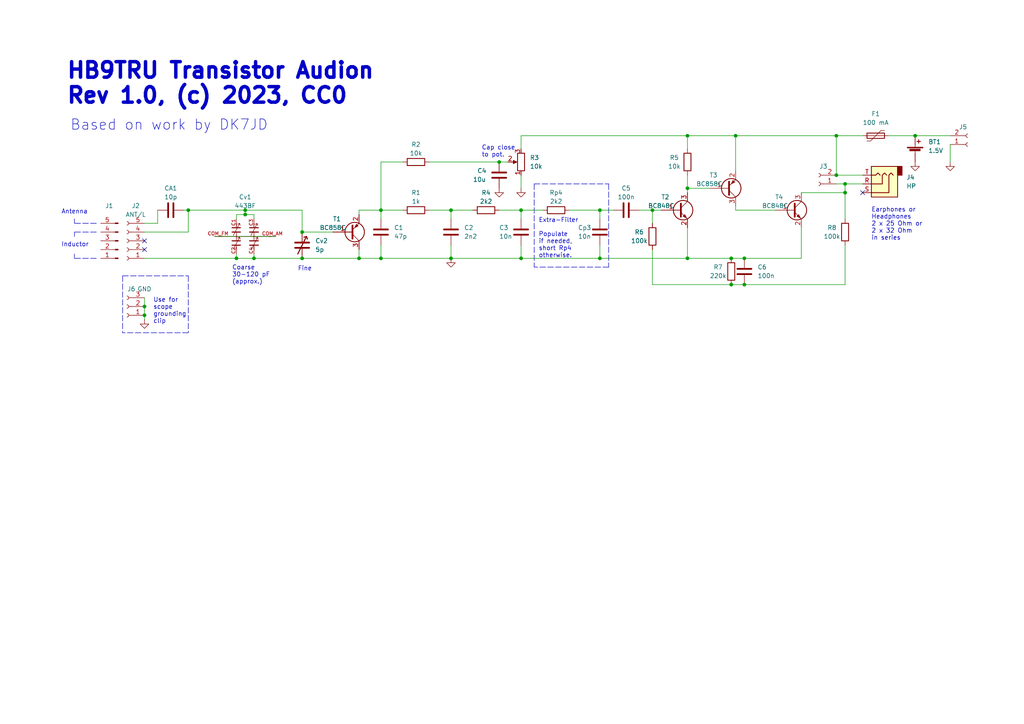
<source format=kicad_sch>
(kicad_sch (version 20211123) (generator eeschema)
  (paper "A4")
  (title_block (rev "1.0"))
  (lib_symbols
    (symbol "Connector:AudioJack3"
      (property "Reference" "J" (at 0 8.89 0))
      (property "Value" "AudioJack3" (at 0 6.35 0))
      (symbol "AudioJack3_0_1"
        (rectangle (start -5.08 -5.08) (end -6.35 -2.54) (stroke (width 0.254)) (fill (type outline)))
        (polyline (pts (xy 0 -2.54) (xy 0.635 -3.175) (xy 1.27 -2.54) (xy 2.54 -2.54)) (stroke (width 0.254)))
        (polyline (pts (xy -1.905 -2.54) (xy -1.27 -3.175) (xy -0.635 -2.54) (xy -0.635 0) (xy 2.54 0)) (stroke (width 0.254)))
        (polyline (pts (xy 2.54 2.54) (xy -2.54 2.54) (xy -2.54 -2.54) (xy -3.175 -3.175) (xy -3.81 -2.54)) (stroke (width 0.254)))
        (rectangle (start 2.54 3.81) (end -5.08 -5.08) (stroke (width 0.254)) (fill (type background)))
      )
      (symbol "AudioJack3_1_1"
        (pin passive line (at 5.08 0 180) (length 2.54) (name "~") (number "R"))
        (pin passive line (at 5.08 2.54 180) (length 2.54) (name "~") (number "S"))
        (pin passive line (at 5.08 -2.54 180) (length 2.54) (name "~") (number "T"))
      )
    )
    (symbol "Connector:Conn_01x02_Female" (pin_names (offset 1.016) hide)
      (property "Reference" "J" (at 0 2.54 0))
      (property "Value" "Conn_01x02_Female" (at 0 -5.08 0))
      (symbol "Conn_01x02_Female_1_1"
        (arc (start 0 -2.032) (mid -0.508 -2.54) (end 0 -3.048) (stroke (width 0.1524)))
        (polyline (pts (xy -1.27 -2.54) (xy -0.508 -2.54)) (stroke (width 0.1524)))
        (polyline (pts (xy -1.27 0) (xy -0.508 0)) (stroke (width 0.1524)))
        (arc (start 0 0.508) (mid -0.508 0) (end 0 -0.508) (stroke (width 0.1524)))
        (pin passive line (at -5.08 0 0) (length 3.81) (name "Pin_1") (number "1"))
        (pin passive line (at -5.08 -2.54 0) (length 3.81) (name "Pin_2") (number "2"))
      )
    )
    (symbol "Connector:Conn_01x03_Female" (pin_names (offset 1.016) hide)
      (property "Reference" "J" (at 0 5.08 0))
      (property "Value" "Conn_01x03_Female" (at 0 -5.08 0))
      (symbol "Conn_01x03_Female_1_1"
        (arc (start 0 -2.032) (mid -0.508 -2.54) (end 0 -3.048) (stroke (width 0.1524)))
        (polyline (pts (xy -1.27 -2.54) (xy -0.508 -2.54)) (stroke (width 0.1524)))
        (polyline (pts (xy -1.27 0) (xy -0.508 0)) (stroke (width 0.1524)))
        (polyline (pts (xy -1.27 2.54) (xy -0.508 2.54)) (stroke (width 0.1524)))
        (arc (start 0 0.508) (mid -0.508 0) (end 0 -0.508) (stroke (width 0.1524)))
        (arc (start 0 3.048) (mid -0.508 2.54) (end 0 2.032) (stroke (width 0.1524)))
        (pin passive line (at -5.08 2.54 0) (length 3.81) (name "Pin_1") (number "1"))
        (pin passive line (at -5.08 0 0) (length 3.81) (name "Pin_2") (number "2"))
        (pin passive line (at -5.08 -2.54 0) (length 3.81) (name "Pin_3") (number "3"))
      )
    )
    (symbol "Connector:Conn_01x05_Female" (pin_names (offset 1.016) hide)
      (property "Reference" "J" (at 0 7.62 0))
      (property "Value" "Conn_01x05_Female" (at 0 -7.62 0))
      (symbol "Conn_01x05_Female_1_1"
        (arc (start 0 -4.572) (mid -0.508 -5.08) (end 0 -5.588) (stroke (width 0.1524)))
        (arc (start 0 -2.032) (mid -0.508 -2.54) (end 0 -3.048) (stroke (width 0.1524)))
        (polyline (pts (xy -1.27 -5.08) (xy -0.508 -5.08)) (stroke (width 0.1524)))
        (polyline (pts (xy -1.27 -2.54) (xy -0.508 -2.54)) (stroke (width 0.1524)))
        (polyline (pts (xy -1.27 0) (xy -0.508 0)) (stroke (width 0.1524)))
        (polyline (pts (xy -1.27 2.54) (xy -0.508 2.54)) (stroke (width 0.1524)))
        (polyline (pts (xy -1.27 5.08) (xy -0.508 5.08)) (stroke (width 0.1524)))
        (arc (start 0 0.508) (mid -0.508 0) (end 0 -0.508) (stroke (width 0.1524)))
        (arc (start 0 3.048) (mid -0.508 2.54) (end 0 2.032) (stroke (width 0.1524)))
        (arc (start 0 5.588) (mid -0.508 5.08) (end 0 4.572) (stroke (width 0.1524)))
        (pin passive line (at -5.08 5.08 0) (length 3.81) (name "Pin_1") (number "1"))
        (pin passive line (at -5.08 2.54 0) (length 3.81) (name "Pin_2") (number "2"))
        (pin passive line (at -5.08 0 0) (length 3.81) (name "Pin_3") (number "3"))
        (pin passive line (at -5.08 -2.54 0) (length 3.81) (name "Pin_4") (number "4"))
        (pin passive line (at -5.08 -5.08 0) (length 3.81) (name "Pin_5") (number "5"))
      )
    )
    (symbol "Connector:Conn_01x05_Male" (pin_names (offset 1.016) hide)
      (property "Reference" "J" (at 0 7.62 0))
      (property "Value" "Conn_01x05_Male" (at 0 -7.62 0))
      (symbol "Conn_01x05_Male_1_1"
        (polyline (pts (xy 1.27 -5.08) (xy 0.8636 -5.08)) (stroke (width 0.1524)))
        (polyline (pts (xy 1.27 -2.54) (xy 0.8636 -2.54)) (stroke (width 0.1524)))
        (polyline (pts (xy 1.27 0) (xy 0.8636 0)) (stroke (width 0.1524)))
        (polyline (pts (xy 1.27 2.54) (xy 0.8636 2.54)) (stroke (width 0.1524)))
        (polyline (pts (xy 1.27 5.08) (xy 0.8636 5.08)) (stroke (width 0.1524)))
        (rectangle (start 0.8636 -4.953) (end 0 -5.207) (stroke (width 0.1524)) (fill (type outline)))
        (rectangle (start 0.8636 -2.413) (end 0 -2.667) (stroke (width 0.1524)) (fill (type outline)))
        (rectangle (start 0.8636 0.127) (end 0 -0.127) (stroke (width 0.1524)) (fill (type outline)))
        (rectangle (start 0.8636 2.667) (end 0 2.413) (stroke (width 0.1524)) (fill (type outline)))
        (rectangle (start 0.8636 5.207) (end 0 4.953) (stroke (width 0.1524)) (fill (type outline)))
        (pin passive line (at 5.08 5.08 180) (length 3.81) (name "Pin_1") (number "1"))
        (pin passive line (at 5.08 2.54 180) (length 3.81) (name "Pin_2") (number "2"))
        (pin passive line (at 5.08 0 180) (length 3.81) (name "Pin_3") (number "3"))
        (pin passive line (at 5.08 -2.54 180) (length 3.81) (name "Pin_4") (number "4"))
        (pin passive line (at 5.08 -5.08 180) (length 3.81) (name "Pin_5") (number "5"))
      )
    )
    (symbol "Device:Battery_Cell" (pin_numbers hide) (pin_names (offset 0) hide)
      (property "Reference" "BT" (at 2.54 2.54 0))
      (property "Value" "Battery_Cell" (at 2.54 0 0))
      (symbol "Battery_Cell_0_1"
        (rectangle (start -2.286 1.778) (end 2.286 1.524) (fill (type outline)))
        (rectangle (start -1.5748 1.1938) (end 1.4732 0.6858) (fill (type outline)))
        (polyline (pts (xy 0 0.762) (xy 0 0)))
        (polyline (pts (xy 0 1.778) (xy 0 2.54)))
        (polyline (pts (xy 0.508 3.429) (xy 1.524 3.429)) (stroke (width 0.254)))
        (polyline (pts (xy 1.016 3.937) (xy 1.016 2.921)) (stroke (width 0.254)))
      )
      (symbol "Battery_Cell_1_1"
        (pin passive line (at 0 5.08 270) (length 2.54) (name "+") (number "1"))
        (pin passive line (at 0 -2.54 90) (length 2.54) (name "-") (number "2"))
      )
    )
    (symbol "Device:C" (pin_numbers hide) (pin_names (offset 0.254))
      (property "Reference" "C" (at 0.635 2.54 0))
      (property "Value" "C" (at 0.635 -2.54 0))
      (symbol "C_0_1"
        (polyline (pts (xy -2.032 -0.762) (xy 2.032 -0.762)) (stroke (width 0.508)))
        (polyline (pts (xy -2.032 0.762) (xy 2.032 0.762)) (stroke (width 0.508)))
      )
      (symbol "C_1_1"
        (pin passive line (at 0 3.81 270) (length 2.794) (name "~") (number "1"))
        (pin passive line (at 0 -3.81 90) (length 2.794) (name "~") (number "2"))
      )
    )
    (symbol "Device:C_Variable" (pin_numbers hide) (pin_names (offset 0.254) hide)
      (property "Reference" "C" (at 0.635 -1.905 0))
      (property "Value" "C_Variable" (at 0.635 -3.81 0))
      (symbol "C_Variable_0_1"
        (polyline (pts (xy -2.032 -0.762) (xy 2.032 -0.762)) (stroke (width 0.508)))
        (polyline (pts (xy -2.032 0.762) (xy 2.032 0.762)) (stroke (width 0.508)))
        (polyline (pts (xy 1.27 2.54) (xy -1.27 -2.54)) (stroke (width 0.3048)))
        (polyline (pts (xy 1.27 2.54) (xy 0.508 2.286)) (stroke (width 0.3048)))
        (polyline (pts (xy 1.27 2.54) (xy 1.524 1.778)) (stroke (width 0.3048)))
      )
      (symbol "C_Variable_1_1"
        (pin passive line (at 0 3.81 270) (length 3.048) (name "~") (number "1"))
        (pin passive line (at 0 -3.81 90) (length 3.048) (name "~") (number "2"))
      )
    )
    (symbol "Device:Polyfuse" (pin_numbers hide) (pin_names (offset 0))
      (property "Reference" "F" (at -2.54 0 90))
      (property "Value" "Polyfuse" (at 2.54 0 90))
      (symbol "Polyfuse_0_1"
        (rectangle (start -0.762 2.54) (end 0.762 -2.54) (stroke (width 0.254)))
        (polyline (pts (xy 0 2.54) (xy 0 -2.54)))
        (polyline (pts (xy -1.524 2.54) (xy -1.524 1.524) (xy 1.524 -1.524) (xy 1.524 -2.54)))
      )
      (symbol "Polyfuse_1_1"
        (pin passive line (at 0 3.81 270) (length 1.27) (name "~") (number "1"))
        (pin passive line (at 0 -3.81 90) (length 1.27) (name "~") (number "2"))
      )
    )
    (symbol "Device:R" (pin_numbers hide) (pin_names (offset 0))
      (property "Reference" "R" (at 2.032 0 90))
      (property "Value" "R" (at 0 0 90))
      (symbol "R_0_1"
        (rectangle (start -1.016 -2.54) (end 1.016 2.54) (stroke (width 0.254)))
      )
      (symbol "R_1_1"
        (pin passive line (at 0 3.81 270) (length 1.27) (name "~") (number "1"))
        (pin passive line (at 0 -3.81 90) (length 1.27) (name "~") (number "2"))
      )
    )
    (symbol "Device:R_Potentiometer" (pin_names (offset 1.016) hide)
      (property "Reference" "RV" (at -4.445 0 90))
      (property "Value" "R_Potentiometer" (at -2.54 0 90))
      (symbol "R_Potentiometer_0_1"
        (polyline (pts (xy 2.54 0) (xy 1.524 0)))
        (polyline (pts (xy 1.143 0) (xy 2.286 0.508) (xy 2.286 -0.508) (xy 1.143 0)) (fill (type outline)))
        (rectangle (start 1.016 2.54) (end -1.016 -2.54) (stroke (width 0.254)))
      )
      (symbol "R_Potentiometer_1_1"
        (pin passive line (at 0 3.81 270) (length 1.27) (name "1") (number "1"))
        (pin passive line (at 3.81 0 180) (length 1.27) (name "2") (number "2"))
        (pin passive line (at 0 -3.81 90) (length 1.27) (name "3") (number "3"))
      )
    )
    (symbol "Transistor_BJT:BC848" (pin_names (offset 0) hide)
      (property "Reference" "Q" (at 5.08 1.905 0))
      (property "Value" "BC848" (at 5.08 0 0))
      (symbol "BC848_0_1"
        (polyline (pts (xy 0.635 0.635) (xy 2.54 2.54)))
        (polyline (pts (xy 0.635 -0.635) (xy 2.54 -2.54) (xy 2.54 -2.54)))
        (polyline (pts (xy 0.635 1.905) (xy 0.635 -1.905) (xy 0.635 -1.905)) (stroke (width 0.508)))
        (polyline (pts (xy 1.27 -1.778) (xy 1.778 -1.27) (xy 2.286 -2.286) (xy 1.27 -1.778) (xy 1.27 -1.778)) (fill (type outline)))
        (circle (center 1.27 0) (radius 2.8194) (stroke (width 0.254)))
      )
      (symbol "BC848_1_1"
        (pin input line (at -5.08 0 0) (length 5.715) (name "B") (number "1"))
        (pin passive line (at 2.54 -5.08 90) (length 2.54) (name "E") (number "2"))
        (pin passive line (at 2.54 5.08 270) (length 2.54) (name "C") (number "3"))
      )
    )
    (symbol "Transistor_BJT:BC858" (pin_names (offset 0) hide)
      (property "Reference" "Q" (at 5.08 1.905 0))
      (property "Value" "BC858" (at 5.08 0 0))
      (symbol "BC858_0_1"
        (polyline (pts (xy 0.635 0.635) (xy 2.54 2.54)))
        (polyline (pts (xy 0.635 -0.635) (xy 2.54 -2.54) (xy 2.54 -2.54)))
        (polyline (pts (xy 0.635 1.905) (xy 0.635 -1.905) (xy 0.635 -1.905)) (stroke (width 0.508)))
        (polyline (pts (xy 2.286 -1.778) (xy 1.778 -2.286) (xy 1.27 -1.27) (xy 2.286 -1.778) (xy 2.286 -1.778)) (fill (type outline)))
        (circle (center 1.27 0) (radius 2.8194) (stroke (width 0.254)))
      )
      (symbol "BC858_1_1"
        (pin input line (at -5.08 0 0) (length 5.715) (name "B") (number "1"))
        (pin passive line (at 2.54 -5.08 90) (length 2.54) (name "E") (number "2"))
        (pin passive line (at 2.54 5.08 270) (length 2.54) (name "C") (number "3"))
      )
    )
    (symbol "local:443BF"
      (property "Reference" "C" (at 5.08 3.81 0))
      (property "Value" "443BF" (at -7.62 3.81 0))
      (symbol "443BF_0_1"
        (circle (center -2.54 0) (radius 0.127) (fill (type outline)))
        (polyline (pts (xy -3.81 -2.54) (xy -1.397 -2.54)) (stroke (width 0.3048)))
        (polyline (pts (xy -3.81 -1.27) (xy -1.397 -1.27)) (stroke (width 0.3048)))
        (polyline (pts (xy -3.81 1.27) (xy -1.397 1.27)) (stroke (width 0.3048)))
        (polyline (pts (xy -3.81 2.54) (xy -1.397 2.54)) (stroke (width 0.3048)))
        (polyline (pts (xy -2.54 -3.81) (xy -2.54 -2.54)))
        (polyline (pts (xy -2.54 0) (xy -7.62 0)))
        (polyline (pts (xy -2.54 0) (xy 2.54 0)))
        (polyline (pts (xy -2.54 1.27) (xy -2.54 -1.27)))
        (polyline (pts (xy -2.54 2.54) (xy -2.54 3.81)))
        (polyline (pts (xy -1.6256 -0.2286) (xy -3.429 -3.7084)) (stroke (width 0.15)))
        (polyline (pts (xy -1.6256 -0.2032) (xy -2.2098 -0.4572)) (stroke (width 0.15)))
        (polyline (pts (xy -1.6256 -0.2032) (xy -1.4478 -0.8128)) (stroke (width 0.15)))
        (polyline (pts (xy -1.6256 3.7846) (xy -3.429 0.3048)) (stroke (width 0.15)))
        (polyline (pts (xy -1.6256 3.81) (xy -2.2098 3.556)) (stroke (width 0.15)))
        (polyline (pts (xy -1.6256 3.81) (xy -1.4478 3.2004)) (stroke (width 0.15)))
        (polyline (pts (xy 1.27 -2.54) (xy 3.81 -2.54)) (stroke (width 0.3048)))
        (polyline (pts (xy 1.27 -1.27) (xy 3.81 -1.27)) (stroke (width 0.3048)))
        (polyline (pts (xy 1.27 1.27) (xy 3.81 1.27)) (stroke (width 0.3048)))
        (polyline (pts (xy 1.27 2.54) (xy 3.81 2.54)) (stroke (width 0.3048)))
        (polyline (pts (xy 2.54 -3.81) (xy 2.54 -2.54)))
        (polyline (pts (xy 2.54 1.27) (xy 2.54 -1.27)))
        (polyline (pts (xy 2.54 3.81) (xy 2.54 2.54)))
        (polyline (pts (xy 3.4544 3.7338) (xy 1.651 0.254)) (stroke (width 0.15)))
        (polyline (pts (xy 3.4544 3.7592) (xy 2.8702 3.5052)) (stroke (width 0.15)))
        (polyline (pts (xy 3.4544 3.7592) (xy 3.6322 3.1496)) (stroke (width 0.15)))
        (polyline (pts (xy 3.5814 -0.2794) (xy 1.778 -3.7592)) (stroke (width 0.15)))
        (polyline (pts (xy 3.5814 -0.254) (xy 2.9972 -0.508)) (stroke (width 0.15)))
        (polyline (pts (xy 3.5814 -0.254) (xy 3.7592 -0.8636)) (stroke (width 0.15)))
        (polyline (pts (xy 7.62 0) (xy 2.54 0)))
        (circle (center 2.54 0) (radius 0.127) (fill (type outline)))
      )
      (symbol "443BF_1_1"
        (pin passive line (at -2.54 5.08 270) (length 2.032) (name "~") (number "C1"))
        (pin passive line (at -2.54 -5.08 90) (length 2.032) (name "~") (number "C2"))
        (pin passive line (at 2.54 5.08 270) (length 2.032) (name "~") (number "C3"))
        (pin passive line (at 2.54 -5.08 90) (length 2.032) (name "~") (number "C4"))
        (pin passive line (at 8.89 0 180) (length 2.032) (name "~") (number "COM_AM"))
        (pin passive line (at -8.89 0 0) (length 2.032) (name "~") (number "COM_FM"))
      )
    )
    (symbol "power:GND" (power) (pin_names (offset 0))
      (property "Value" "GND" (at 0 -3.81 0))
      (symbol "GND_0_1"
        (polyline (pts (xy 0 0) (xy 0 -1.27) (xy 1.27 -1.27) (xy 0 -2.54) (xy -1.27 -1.27) (xy 0 -1.27)))
      )
      (symbol "GND_1_1"
        (pin power_in line (at 0 0 270) (length 0) hide (name "GND") (number "1"))
      )
    )
  )
  (junction (at 130.81 60.96))
  (junction (at 173.99 74.93))
  (junction (at 215.9 82.55))
  (junction (at 215.9 74.93))
  (junction (at 242.57 50.8))
  (junction (at 71.12 60.96))
  (junction (at 87.63 67.31))
  (junction (at 245.11 55.88))
  (junction (at 212.09 82.55))
  (junction (at 71.12 62.23))
  (junction (at 130.81 74.93))
  (junction (at 199.39 39.37))
  (junction (at 41.91 91.44))
  (junction (at 151.13 60.96))
  (junction (at 110.49 60.96))
  (junction (at 54.61 60.96))
  (junction (at 41.91 88.9))
  (junction (at 151.13 74.93))
  (junction (at 189.23 60.96))
  (junction (at 212.09 74.93))
  (junction (at 199.39 74.93))
  (junction (at 173.99 60.96))
  (junction (at 73.66 74.93))
  (junction (at 199.39 54.61))
  (junction (at 245.11 53.34))
  (junction (at 265.43 39.37))
  (junction (at 110.49 74.93))
  (junction (at 104.14 74.93))
  (junction (at 68.58 74.93))
  (junction (at 144.78 46.99))
  (junction (at 87.63 74.93))
  (junction (at 242.57 39.37))
  (junction (at 213.36 39.37))
  (no_connect (at 41.91 72.39))
  (no_connect (at 41.91 69.85))
  (no_connect (at 250.19 55.88))
  (polyline (pts (xy 21.59 63.5) (xy 21.59 64.77)))
  (wire (pts (xy 151.13 60.96) (xy 157.48 60.96)))
  (wire (pts (xy 130.81 60.96) (xy 137.16 60.96)))
  (polyline (pts (xy 35.56 80.01) (xy 35.56 96.52)))
  (wire (pts (xy 104.14 60.96) (xy 104.14 62.23)))
  (polyline (pts (xy 21.59 67.31) (xy 21.59 68.58)))
  (wire (pts (xy 151.13 60.96) (xy 151.13 63.5)))
  (wire (pts (xy 41.91 88.9) (xy 41.91 91.44)))
  (wire (pts (xy 73.66 62.23) (xy 73.66 63.5)))
  (wire (pts (xy 199.39 54.61) (xy 199.39 55.88)))
  (polyline (pts (xy 21.59 73.66) (xy 21.59 74.93)))
  (wire (pts (xy 41.91 67.31) (xy 54.61 67.31)))
  (wire (pts (xy 189.23 82.55) (xy 212.09 82.55)))
  (wire (pts (xy 73.66 74.93) (xy 87.63 74.93)))
  (wire (pts (xy 232.41 66.04) (xy 232.41 74.93)))
  (wire (pts (xy 71.12 62.23) (xy 71.12 60.96)))
  (wire (pts (xy 87.63 67.31) (xy 96.52 67.31)))
  (wire (pts (xy 110.49 60.96) (xy 110.49 63.5)))
  (wire (pts (xy 151.13 50.8) (xy 151.13 54.61)))
  (wire (pts (xy 232.41 55.88) (xy 245.11 55.88)))
  (wire (pts (xy 62.23 68.58) (xy 80.01 68.58)))
  (wire (pts (xy 215.9 74.93) (xy 232.41 74.93)))
  (wire (pts (xy 189.23 64.77) (xy 189.23 60.96)))
  (wire (pts (xy 68.58 73.66) (xy 68.58 74.93)))
  (wire (pts (xy 104.14 72.39) (xy 104.14 74.93)))
  (wire (pts (xy 116.84 46.99) (xy 110.49 46.99)))
  (wire (pts (xy 265.43 39.37) (xy 275.59 39.37)))
  (polyline (pts (xy 35.56 80.01) (xy 54.61 80.01)))
  (wire (pts (xy 245.11 82.55) (xy 215.9 82.55)))
  (wire (pts (xy 199.39 50.8) (xy 199.39 54.61)))
  (wire (pts (xy 130.81 60.96) (xy 130.81 63.5)))
  (wire (pts (xy 87.63 60.96) (xy 87.63 67.31)))
  (wire (pts (xy 68.58 74.93) (xy 73.66 74.93)))
  (wire (pts (xy 144.78 60.96) (xy 151.13 60.96)))
  (wire (pts (xy 110.49 71.12) (xy 110.49 74.93)))
  (wire (pts (xy 245.11 71.12) (xy 245.11 82.55)))
  (wire (pts (xy 151.13 39.37) (xy 199.39 39.37)))
  (wire (pts (xy 68.58 63.5) (xy 68.58 62.23)))
  (wire (pts (xy 110.49 46.99) (xy 110.49 60.96)))
  (wire (pts (xy 124.46 60.96) (xy 130.81 60.96)))
  (wire (pts (xy 173.99 74.93) (xy 199.39 74.93)))
  (wire (pts (xy 212.09 74.93) (xy 215.9 74.93)))
  (wire (pts (xy 199.39 54.61) (xy 205.74 54.61)))
  (wire (pts (xy 53.34 60.96) (xy 54.61 60.96)))
  (wire (pts (xy 73.66 73.66) (xy 73.66 74.93)))
  (wire (pts (xy 275.59 41.91) (xy 275.59 46.99)))
  (wire (pts (xy 242.57 39.37) (xy 242.57 50.8)))
  (wire (pts (xy 245.11 53.34) (xy 245.11 55.88)))
  (wire (pts (xy 110.49 60.96) (xy 116.84 60.96)))
  (wire (pts (xy 173.99 60.96) (xy 177.8 60.96)))
  (polyline (pts (xy 154.94 53.34) (xy 176.53 53.34)))
  (wire (pts (xy 110.49 74.93) (xy 130.81 74.93)))
  (wire (pts (xy 151.13 74.93) (xy 173.99 74.93)))
  (polyline (pts (xy 176.53 77.47) (xy 154.94 77.47)))
  (wire (pts (xy 250.19 50.8) (xy 242.57 50.8)))
  (wire (pts (xy 173.99 60.96) (xy 173.99 63.5)))
  (wire (pts (xy 104.14 60.96) (xy 110.49 60.96)))
  (wire (pts (xy 41.91 86.36) (xy 41.91 88.9)))
  (wire (pts (xy 41.91 64.77) (xy 45.72 64.77)))
  (wire (pts (xy 185.42 60.96) (xy 189.23 60.96)))
  (polyline (pts (xy 176.53 53.34) (xy 176.53 77.47)))
  (wire (pts (xy 257.81 39.37) (xy 265.43 39.37)))
  (wire (pts (xy 173.99 71.12) (xy 173.99 74.93)))
  (wire (pts (xy 71.12 60.96) (xy 87.63 60.96)))
  (polyline (pts (xy 27.94 67.31) (xy 21.59 67.31)))
  (polyline (pts (xy 54.61 96.52) (xy 35.56 96.52)))
  (wire (pts (xy 54.61 60.96) (xy 71.12 60.96)))
  (wire (pts (xy 151.13 39.37) (xy 151.13 43.18)))
  (wire (pts (xy 165.1 60.96) (xy 173.99 60.96)))
  (wire (pts (xy 242.57 53.34) (xy 245.11 53.34)))
  (wire (pts (xy 45.72 64.77) (xy 45.72 60.96)))
  (polyline (pts (xy 154.94 53.34) (xy 154.94 77.47)))
  (wire (pts (xy 110.49 74.93) (xy 104.14 74.93)))
  (wire (pts (xy 144.78 46.99) (xy 147.32 46.99)))
  (wire (pts (xy 213.36 39.37) (xy 213.36 49.53)))
  (wire (pts (xy 199.39 39.37) (xy 199.39 43.18)))
  (wire (pts (xy 245.11 55.88) (xy 245.11 63.5)))
  (wire (pts (xy 41.91 91.44) (xy 41.91 92.71)))
  (wire (pts (xy 54.61 60.96) (xy 54.61 67.31)))
  (wire (pts (xy 124.46 46.99) (xy 144.78 46.99)))
  (wire (pts (xy 213.36 60.96) (xy 213.36 59.69)))
  (wire (pts (xy 68.58 62.23) (xy 71.12 62.23)))
  (wire (pts (xy 87.63 74.93) (xy 104.14 74.93)))
  (wire (pts (xy 242.57 39.37) (xy 250.19 39.37)))
  (wire (pts (xy 189.23 60.96) (xy 191.77 60.96)))
  (wire (pts (xy 250.19 53.34) (xy 245.11 53.34)))
  (wire (pts (xy 213.36 39.37) (xy 242.57 39.37)))
  (wire (pts (xy 189.23 72.39) (xy 189.23 82.55)))
  (polyline (pts (xy 27.94 74.93) (xy 21.59 74.93)))
  (wire (pts (xy 151.13 71.12) (xy 151.13 74.93)))
  (wire (pts (xy 199.39 74.93) (xy 212.09 74.93)))
  (wire (pts (xy 224.79 60.96) (xy 213.36 60.96)))
  (polyline (pts (xy 54.61 80.01) (xy 54.61 96.52)))
  (polyline (pts (xy 27.94 64.77) (xy 21.59 64.77)))
  (wire (pts (xy 212.09 82.55) (xy 215.9 82.55)))
  (wire (pts (xy 130.81 74.93) (xy 151.13 74.93)))
  (wire (pts (xy 199.39 74.93) (xy 199.39 66.04)))
  (wire (pts (xy 130.81 71.12) (xy 130.81 74.93)))
  (wire (pts (xy 213.36 39.37) (xy 199.39 39.37)))
  (wire (pts (xy 41.91 74.93) (xy 68.58 74.93)))
  (wire (pts (xy 71.12 62.23) (xy 73.66 62.23)))
  (text "Use for\nscope\ngrounding\nclip" (at 44.45 93.98 0) (effects (font (size 1.27 1.27)) (justify left bottom)))
  (text "Based on work by DK7JD" (at 20.32 38.1 0) (effects (font (size 3 3)) (justify left bottom)))
  (text "HB9TRU Transistor Audion\nRev 1.0, (c) 2023, CC0" (at 19.05 30.48 0) (effects (font (size 4.5 4.5) (thickness 1) bold) (justify left bottom)))
  (text "Inductor" (at 17.78 71.755 0) (effects (font (size 1.27 1.27)) (justify left bottom)))
  (text "Extra-Filter\n\nPopulate\nif needed,\nshort Rp4\notherwise." (at 156.21 74.93 0) (effects (font (size 1.27 1.27)) (justify left bottom)))
  (text "Cap close\nto pot." (at 139.7 45.72 0) (effects (font (size 1.27 1.27)) (justify left bottom)))
  (text "Antenna" (at 17.78 62.23 0) (effects (font (size 1.27 1.27)) (justify left bottom)))
  (text "Earphones or\nHeadphones\n2 x 25 Ohm or\n2 x 32 Ohm\nin series" (at 252.73 69.85 0) (effects (font (size 1.27 1.27)) (justify left bottom)))
  (text "Coarse\n30-120 pF\n(approx.)" (at 67.31 82.55 0) (effects (font (size 1.27 1.27)) (justify left bottom)))
  (text "Fine" (at 86.36 78.74 0) (effects (font (size 1.27 1.27)) (justify left bottom)))
  (symbol (lib_id "Connector:Conn_01x05_Male") (at 34.29 69.85 180) (unit 1) (on_board no)
    (property "Reference" "J1" (at 30.48 59.69 0) (effects (justify right)))
    (property "Value" "Conn_01x05_Male" (effects hide))
    (property "LCSC" " C5187915" (effects hide))
  )
  (symbol (lib_id "Device:R") (at 199.39 46.99 180) (unit 1)
    (property "Reference" "R5" (at 195.58 45.72 0))
    (property "Value" "10k" (at 195.58 48.26 0))
    (property "Footprint" "Resistor_SMD:R_0805_2012Metric_Pad1.20x1.40mm_HandSolder" (effects hide))
    (property "LCSC" "C2889436" (effects hide))
  )
  (symbol (lib_id "Device:C") (at 215.9 78.74 180) (unit 1)
    (property "Reference" "C6" (at 219.71 77.4699 0) (effects (justify right)))
    (property "Value" "100n" (at 219.71 80.0099 0) (effects (justify right)))
    (property "Footprint" "Capacitor_SMD:C_0805_2012Metric_Pad1.18x1.45mm_HandSolder" (effects hide))
    (property "LCSC" "C525005" (effects hide))
  )
  (symbol (lib_id "Device:R") (at 212.09 78.74 180) (unit 1)
    (property "Reference" "R7" (at 208.28 77.47 0))
    (property "Value" "220k" (at 208.28 80.01 0))
    (property "Footprint" "Resistor_SMD:R_0805_2012Metric_Pad1.20x1.40mm_HandSolder" (effects hide))
    (property "LCSC" "C5140137" (effects hide))
  )
  (symbol (lib_id "Device:C_Variable") (at 87.63 71.12 0) (unit 1)
    (property "Reference" "Cv2" (at 91.44 69.8499 0) (effects (justify left)))
    (property "Value" "5p" (at 91.44 72.3899 0) (effects (justify left)))
    (property "Footprint" "Capacitor_SMD:C_Trimmer_Murata_TZC3" (effects hide))
  )
  (symbol (lib_id "Connector:AudioJack3") (at 255.27 53.34 180) (unit 1)
    (property "Reference" "J4" (at 262.89 51.4349 0) (effects (justify right)))
    (property "Value" "HP" (at 262.89 53.9749 0) (effects (justify right)))
    (property "Footprint" "Connector_Audio:Jack_3.5mm_CUI_SJ1-3525N_Horizontal" (effects hide))
    (property "LCSC" "C16684" (effects hide))
  )
  (symbol (lib_id "Device:R_Potentiometer") (at 151.13 46.99 180) (unit 1)
    (property "Reference" "R3" (at 153.67 45.7199 0) (effects (justify right)))
    (property "Value" "10k" (at 153.67 48.2599 0) (effects (justify right)))
    (property "Footprint" "Potentiometer_THT:Potentiometer_Alps_RK09K_Single_Vertical" (effects hide))
    (property "LCSC" "C388854" (effects hide))
  )
  (symbol (lib_id "Device:C") (at 181.61 60.96 90) (unit 1)
    (property "Reference" "C5" (at 181.61 54.61 90))
    (property "Value" "100n" (at 181.61 57.15 90))
    (property "Footprint" "Capacitor_SMD:C_0805_2012Metric_Pad1.18x1.45mm_HandSolder" (effects hide))
    (property "LCSC" "C525005" (effects hide))
  )
  (symbol (lib_id "Device:C") (at 173.99 67.31 180) (unit 1)
    (property "Reference" "Cp3" (at 167.64 66.04 0) (effects (justify right)))
    (property "Value" "10n" (at 167.64 68.58 0) (effects (justify right)))
    (property "Footprint" "Capacitor_SMD:C_0805_2012Metric_Pad1.18x1.45mm_HandSolder" (effects hide))
    (property "LCSC" "C237168" (effects hide))
  )
  (symbol (lib_id "Device:R") (at 161.29 60.96 90) (unit 1)
    (property "Reference" "Rp4" (at 161.29 55.88 90))
    (property "Value" "2k2" (at 161.29 58.42 90))
    (property "Footprint" "Resistor_SMD:R_0805_2012Metric_Pad1.20x1.40mm_HandSolder" (effects hide))
    (property "LCSC" "C17520" (effects hide))
  )
  (symbol (lib_id "Transistor_BJT:BC858") (at 101.6 67.31 0) (mirror x) (unit 1)
    (property "Reference" "T1" (at 96.52 63.5 0) (effects (justify left)))
    (property "Value" "BC858C" (at 92.71 66.04 0) (effects (justify left)))
    (property "Footprint" "Package_TO_SOT_SMD:SOT-23" (effects hide))
    (property "Datasheet" "https://www.onsemi.com/pub/Collateral/BC860-D.pdf" (effects hide))
    (property "LCSC" "C181149" (effects hide))
  )
  (symbol (lib_id "Device:Battery_Cell") (at 265.43 44.45 0) (unit 1)
    (property "Reference" "BT1" (at 269.24 41.1479 0) (effects (justify left)))
    (property "Value" "1.5V" (at 269.24 43.6879 0) (effects (justify left)))
    (property "Footprint" "Battery:BatteryHolder_Keystone_2466_1xAAA" (effects hide))
    (property "LCSC" "C5290189" (effects hide))
  )
  (symbol (lib_id "Device:C") (at 151.13 67.31 180) (unit 1)
    (property "Reference" "C3" (at 144.78 66.04 0) (effects (justify right)))
    (property "Value" "10n" (at 144.78 68.58 0) (effects (justify right)))
    (property "Footprint" "Capacitor_SMD:C_0805_2012Metric_Pad1.18x1.45mm_HandSolder" (effects hide))
    (property "LCSC" "C237168" (effects hide))
  )
  (symbol (lib_id "Device:R") (at 120.65 60.96 90) (unit 1)
    (property "Reference" "R1" (at 120.65 55.88 90))
    (property "Value" "1k" (at 120.65 58.42 90))
    (property "Footprint" "Resistor_SMD:R_0805_2012Metric_Pad1.20x1.40mm_HandSolder" (effects hide))
    (property "LCSC" "C2889437" (effects hide))
  )
  (symbol (lib_id "Connector:Conn_01x02_Female") (at 237.49 53.34 180) (unit 1) (in_bom no)
    (property "Reference" "J3" (at 240.03 48.26 0) (effects (justify left)))
    (property "Value" "HP" (effects hide))
    (property "Footprint" "Connector_PinHeader_2.54mm:PinHeader_1x02_P2.54mm_Vertical" (effects hide))
  )
  (symbol (lib_id "power:GND") (at 275.59 46.99 0) (unit 1)
    (property "Reference" "#PWR0105" (effects hide))
    (property "Value" "GND" (effects hide))
  )
  (symbol (lib_id "Device:C") (at 110.49 67.31 180) (unit 1)
    (property "Reference" "C1" (at 114.3 66.0399 0) (effects (justify right)))
    (property "Value" "47p" (at 114.3 68.5799 0) (effects (justify right)))
    (property "Footprint" "Capacitor_SMD:C_0805_2012Metric_Pad1.18x1.45mm_HandSolder" (effects hide))
    (property "LCSC" "C525291" (effects hide))
  )
  (symbol (lib_id "Connector:Conn_01x05_Female") (at 36.83 69.85 180) (unit 1)
    (property "Reference" "J2" (at 39.37 59.69 0))
    (property "Value" "ANT/L" (at 39.37 62.23 0))
    (property "Footprint" "Connector_Phoenix_MSTB:PhoenixContact_MSTBA_2,5_5-G-5,08_1x05_P5.08mm_Horizontal" (effects hide))
    (property "LCSC" " C5188022" (effects hide))
  )
  (symbol (lib_id "Connector:Conn_01x02_Female") (at 280.67 41.91 0) (mirror x) (unit 1) (in_bom no)
    (property "Reference" "J5" (at 278.13 36.83 0) (effects (justify left)))
    (property "Value" "1V5" (effects hide))
    (property "Footprint" "Connector_PinHeader_2.54mm:PinHeader_1x02_P2.54mm_Vertical" (effects hide))
  )
  (symbol (lib_id "Device:Polyfuse") (at 254 39.37 90) (unit 1)
    (property "Reference" "F1" (at 254 33.02 90))
    (property "Value" "100 mA" (at 254 35.56 90))
    (property "Footprint" "Resistor_SMD:R_0805_2012Metric_Pad1.20x1.40mm_HandSolder" (effects hide))
    (property "LCSC" "C3035895" (effects hide))
  )
  (symbol (lib_id "local:443BF") (at 71.12 68.58 0) (unit 1)
    (property "Reference" "Cv1" (at 71.12 57.15 0))
    (property "Value" "443BF" (at 71.12 59.69 0))
    (property "Footprint" "local:443BF_SMD" (effects hide))
  )
  (symbol (lib_id "Transistor_BJT:BC848") (at 229.87 60.96 0) (unit 1)
    (property "Reference" "T4" (at 224.79 57.15 0) (effects (justify left)))
    (property "Value" "BC848C" (at 220.98 59.69 0) (effects (justify left)))
    (property "Footprint" "Package_TO_SOT_SMD:SOT-23" (effects hide))
    (property "Datasheet" "http://www.infineon.com/dgdl/Infineon-BC847SERIES_BC848SERIES_BC849SERIES_BC850SERIES-DS-v01_01-en.pdf?fileId=db3a304314dca389011541d4630a1657" (effects hide))
    (property "LCSC" "C181143" (effects hide))
  )
  (symbol (lib_id "power:GND") (at 265.43 46.99 0) (unit 1)
    (property "Reference" "#PWR0104" (effects hide))
    (property "Value" "GND" (effects hide))
  )
  (symbol (lib_id "Device:R") (at 189.23 68.58 180) (unit 1)
    (property "Reference" "R6" (at 185.42 67.31 0))
    (property "Value" "100k" (at 185.42 69.85 0))
    (property "Footprint" "Resistor_SMD:R_0805_2012Metric_Pad1.20x1.40mm_HandSolder" (effects hide))
    (property "LCSC" "C2907217" (effects hide))
  )
  (symbol (lib_id "Device:C") (at 144.78 50.8 180) (unit 1)
    (property "Reference" "C4" (at 138.43 49.53 0) (effects (justify right)))
    (property "Value" "10u" (at 137.16 52.07 0) (effects (justify right)))
    (property "Footprint" "Capacitor_SMD:C_0805_2012Metric_Pad1.18x1.45mm_HandSolder" (effects hide))
    (property "LCSC" "C17024" (effects hide))
  )
  (symbol (lib_id "power:GND") (at 144.78 54.61 0) (unit 1)
    (property "Reference" "#PWR0101" (effects hide))
    (property "Value" "GND" (effects hide))
  )
  (symbol (lib_id "Device:C") (at 130.81 67.31 180) (unit 1)
    (property "Reference" "C2" (at 134.62 66.0399 0) (effects (justify right)))
    (property "Value" "2n2" (at 134.62 68.5799 0) (effects (justify right)))
    (property "Footprint" "Capacitor_SMD:C_0805_2012Metric_Pad1.18x1.45mm_HandSolder" (effects hide))
    (property "LCSC" "C525288" (effects hide))
  )
  (symbol (lib_id "power:GND") (at 151.13 54.61 0) (unit 1)
    (property "Reference" "#PWR0103" (effects hide))
    (property "Value" "GND" (effects hide))
  )
  (symbol (lib_id "Transistor_BJT:BC848") (at 196.85 60.96 0) (unit 1)
    (property "Reference" "T2" (at 191.77 57.15 0) (effects (justify left)))
    (property "Value" "BC848C" (at 187.96 59.69 0) (effects (justify left)))
    (property "Footprint" "Package_TO_SOT_SMD:SOT-23" (effects hide))
    (property "Datasheet" "http://www.infineon.com/dgdl/Infineon-BC847SERIES_BC848SERIES_BC849SERIES_BC850SERIES-DS-v01_01-en.pdf?fileId=db3a304314dca389011541d4630a1657" (effects hide))
    (property "LCSC" "C181143" (effects hide))
  )
  (symbol (lib_id "power:GND") (at 130.81 74.93 0) (unit 1)
    (property "Reference" "#PWR0102" (effects hide))
    (property "Value" "GND" (effects hide))
  )
  (symbol (lib_id "Transistor_BJT:BC858") (at 210.82 54.61 0) (mirror x) (unit 1)
    (property "Reference" "T3" (at 205.74 50.8 0) (effects (justify left)))
    (property "Value" "BC858C" (at 201.93 53.34 0) (effects (justify left)))
    (property "Footprint" "Package_TO_SOT_SMD:SOT-23" (effects hide))
    (property "Datasheet" "https://www.onsemi.com/pub/Collateral/BC860-D.pdf" (effects hide))
    (property "LCSC" "C181149" (effects hide))
  )
  (symbol (lib_id "power:GND") (at 41.91 92.71 0) (unit 1)
    (property "Reference" "#PWR0106" (effects hide))
    (property "Value" "GND" (effects hide))
  )
  (symbol (lib_id "Device:R") (at 245.11 67.31 180) (unit 1)
    (property "Reference" "R8" (at 241.3 66.04 0))
    (property "Value" "100k" (at 241.3 68.58 0))
    (property "Footprint" "Resistor_SMD:R_0805_2012Metric_Pad1.20x1.40mm_HandSolder" (effects hide))
    (property "LCSC" "C2907217" (effects hide))
  )
  (symbol (lib_id "Connector:Conn_01x03_Female") (at 36.83 88.9 180) (unit 1) (in_bom no)
    (property "Reference" "J6" (at 38.1 83.82 0))
    (property "Value" "GND" (at 41.91 83.82 0))
    (property "Footprint" "Connector_PinHeader_2.54mm:PinHeader_1x03_P2.54mm_Vertical" (effects hide))
  )
  (symbol (lib_id "Device:C") (at 49.53 60.96 270) (unit 1)
    (property "Reference" "CA1" (at 49.53 54.61 90))
    (property "Value" "10p" (at 49.53 57.15 90))
    (property "Footprint" "Capacitor_SMD:C_0805_2012Metric_Pad1.18x1.45mm_HandSolder" (effects hide))
    (property "LCSC" "C313093" (effects hide))
  )
  (symbol (lib_id "Device:R") (at 120.65 46.99 90) (unit 1)
    (property "Reference" "R2" (at 120.65 41.91 90))
    (property "Value" "10k" (at 120.65 44.45 90))
    (property "Footprint" "Resistor_SMD:R_0805_2012Metric_Pad1.20x1.40mm_HandSolder" (effects hide))
    (property "LCSC" "C2889436" (effects hide))
  )
  (symbol (lib_id "Device:R") (at 140.97 60.96 90) (unit 1)
    (property "Reference" "R4" (at 140.97 55.88 90))
    (property "Value" "2k2" (at 140.97 58.42 90))
    (property "Footprint" "Resistor_SMD:R_0805_2012Metric_Pad1.20x1.40mm_HandSolder" (effects hide))
    (property "LCSC" "C17520" (effects hide))
  )
)
</source>
